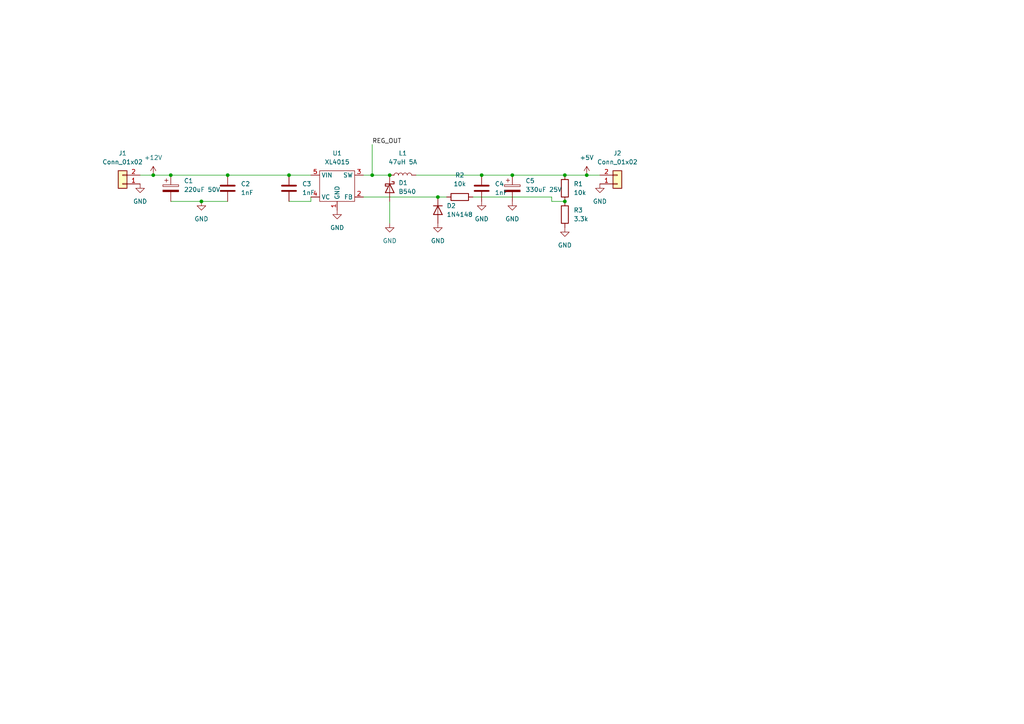
<source format=kicad_sch>
(kicad_sch (version 20211123) (generator eeschema)
  (paper "A4")
  (lib_symbols
    (symbol "01-rickbassham:XL4015"
      (property "Reference" "U" (at 0 0 0))
      (property "Value" "XL4015" (at 0 0 0))
      (symbol "XL4015_0_1"
        (rectangle (start 0 -3.81) (end 10.16 -12.7))
      )
      (symbol "XL4015_1_1"
        (pin input line (at 5.08 -15.24 90) (length 2.54) (name "GND") (number "1"))
        (pin input line (at 12.7 -11.43 180) (length 2.54) (name "FB") (number "2"))
        (pin input line (at 12.7 -5.08 180) (length 2.54) (name "SW") (number "3"))
        (pin input line (at -2.54 -11.43 0) (length 2.54) (name "VC") (number "4"))
        (pin input line (at -2.54 -5.08 0) (length 2.54) (name "VIN") (number "5"))
      )
    )
    (symbol "Connector_Generic:Conn_01x02" (pin_names (offset 1.016) hide)
      (property "Reference" "J" (at 0 2.54 0))
      (property "Value" "Conn_01x02" (at 0 -5.08 0))
      (symbol "Conn_01x02_1_1"
        (rectangle (start -1.27 -2.413) (end 0 -2.667) (stroke (width 0.1524)))
        (rectangle (start -1.27 0.127) (end 0 -0.127) (stroke (width 0.1524)))
        (rectangle (start -1.27 1.27) (end 1.27 -3.81) (stroke (width 0.254)) (fill (type background)))
        (pin passive line (at -5.08 0 0) (length 3.81) (name "Pin_1") (number "1"))
        (pin passive line (at -5.08 -2.54 0) (length 3.81) (name "Pin_2") (number "2"))
      )
    )
    (symbol "Device:C" (pin_numbers hide) (pin_names (offset 0.254))
      (property "Reference" "C" (at 0.635 2.54 0))
      (property "Value" "C" (at 0.635 -2.54 0))
      (symbol "C_0_1"
        (polyline (pts (xy -2.032 -0.762) (xy 2.032 -0.762)) (stroke (width 0.508)))
        (polyline (pts (xy -2.032 0.762) (xy 2.032 0.762)) (stroke (width 0.508)))
      )
      (symbol "C_1_1"
        (pin passive line (at 0 3.81 270) (length 2.794) (name "~") (number "1"))
        (pin passive line (at 0 -3.81 90) (length 2.794) (name "~") (number "2"))
      )
    )
    (symbol "Device:C_Polarized" (pin_numbers hide) (pin_names (offset 0.254))
      (property "Reference" "C" (at 0.635 2.54 0))
      (property "Value" "C_Polarized" (at 0.635 -2.54 0))
      (symbol "C_Polarized_0_1"
        (rectangle (start -2.286 0.508) (end 2.286 1.016))
        (polyline (pts (xy -1.778 2.286) (xy -0.762 2.286)))
        (polyline (pts (xy -1.27 2.794) (xy -1.27 1.778)))
        (rectangle (start 2.286 -0.508) (end -2.286 -1.016) (fill (type outline)))
      )
      (symbol "C_Polarized_1_1"
        (pin passive line (at 0 3.81 270) (length 2.794) (name "~") (number "1"))
        (pin passive line (at 0 -3.81 90) (length 2.794) (name "~") (number "2"))
      )
    )
    (symbol "Device:D" (pin_numbers hide) (pin_names (offset 1.016) hide)
      (property "Reference" "D" (at 0 2.54 0))
      (property "Value" "D" (at 0 -2.54 0))
      (symbol "D_0_1"
        (polyline (pts (xy -1.27 1.27) (xy -1.27 -1.27)) (stroke (width 0.254)))
        (polyline (pts (xy 1.27 0) (xy -1.27 0)))
        (polyline (pts (xy 1.27 1.27) (xy 1.27 -1.27) (xy -1.27 0) (xy 1.27 1.27)) (stroke (width 0.254)))
      )
      (symbol "D_1_1"
        (pin passive line (at -3.81 0 0) (length 2.54) (name "K") (number "1"))
        (pin passive line (at 3.81 0 180) (length 2.54) (name "A") (number "2"))
      )
    )
    (symbol "Device:D_Schottky" (pin_numbers hide) (pin_names (offset 1.016) hide)
      (property "Reference" "D" (at 0 2.54 0))
      (property "Value" "D_Schottky" (at 0 -2.54 0))
      (symbol "D_Schottky_0_1"
        (polyline (pts (xy 1.27 0) (xy -1.27 0)))
        (polyline (pts (xy 1.27 1.27) (xy 1.27 -1.27) (xy -1.27 0) (xy 1.27 1.27)) (stroke (width 0.254)))
        (polyline (pts (xy -1.905 0.635) (xy -1.905 1.27) (xy -1.27 1.27) (xy -1.27 -1.27) (xy -0.635 -1.27) (xy -0.635 -0.635)) (stroke (width 0.254)))
      )
      (symbol "D_Schottky_1_1"
        (pin passive line (at -3.81 0 0) (length 2.54) (name "K") (number "1"))
        (pin passive line (at 3.81 0 180) (length 2.54) (name "A") (number "2"))
      )
    )
    (symbol "Device:L" (pin_numbers hide) (pin_names (offset 1.016) hide)
      (property "Reference" "L" (at -1.27 0 90))
      (property "Value" "L" (at 1.905 0 90))
      (symbol "L_0_1"
        (arc (start 0 -2.54) (mid 0.635 -1.905) (end 0 -1.27))
        (arc (start 0 -1.27) (mid 0.635 -0.635) (end 0 0))
        (arc (start 0 0) (mid 0.635 0.635) (end 0 1.27))
        (arc (start 0 1.27) (mid 0.635 1.905) (end 0 2.54))
      )
      (symbol "L_1_1"
        (pin passive line (at 0 3.81 270) (length 1.27) (name "1") (number "1"))
        (pin passive line (at 0 -3.81 90) (length 1.27) (name "2") (number "2"))
      )
    )
    (symbol "Device:R" (pin_numbers hide) (pin_names (offset 0))
      (property "Reference" "R" (at 2.032 0 90))
      (property "Value" "R" (at 0 0 90))
      (symbol "R_0_1"
        (rectangle (start -1.016 -2.54) (end 1.016 2.54) (stroke (width 0.254)))
      )
      (symbol "R_1_1"
        (pin passive line (at 0 3.81 270) (length 1.27) (name "~") (number "1"))
        (pin passive line (at 0 -3.81 90) (length 1.27) (name "~") (number "2"))
      )
    )
    (symbol "power:+12V" (power) (pin_names (offset 0))
      (property "Value" "+12V" (at 0 3.556 0))
      (symbol "+12V_0_1"
        (polyline (pts (xy -0.762 1.27) (xy 0 2.54)))
        (polyline (pts (xy 0 0) (xy 0 2.54)))
        (polyline (pts (xy 0 2.54) (xy 0.762 1.27)))
      )
      (symbol "+12V_1_1"
        (pin power_in line (at 0 0 90) (length 0) hide (name "+12V") (number "1"))
      )
    )
    (symbol "power:+5V" (power) (pin_names (offset 0))
      (property "Value" "+5V" (at 0 3.556 0))
      (symbol "+5V_0_1"
        (polyline (pts (xy -0.762 1.27) (xy 0 2.54)))
        (polyline (pts (xy 0 0) (xy 0 2.54)))
        (polyline (pts (xy 0 2.54) (xy 0.762 1.27)))
      )
      (symbol "+5V_1_1"
        (pin power_in line (at 0 0 90) (length 0) hide (name "+5V") (number "1"))
      )
    )
    (symbol "power:GND" (power) (pin_names (offset 0))
      (property "Value" "GND" (at 0 -3.81 0))
      (symbol "GND_0_1"
        (polyline (pts (xy 0 0) (xy 0 -1.27) (xy 1.27 -1.27) (xy 0 -2.54) (xy -1.27 -1.27) (xy 0 -1.27)))
      )
      (symbol "GND_1_1"
        (pin power_in line (at 0 0 270) (length 0) hide (name "GND") (number "1"))
      )
    )
  )
  (junction (at 66.04 50.8))
  (junction (at 148.59 50.8))
  (junction (at 58.42 58.42))
  (junction (at 127 57.15))
  (junction (at 163.83 50.8))
  (junction (at 163.83 58.42))
  (junction (at 83.82 50.8))
  (junction (at 170.18 50.8))
  (junction (at 44.45 50.8))
  (junction (at 139.7 50.8))
  (junction (at 49.53 50.8))
  (junction (at 107.95 50.8))
  (junction (at 113.03 50.8))
  (wire (pts (xy 49.53 58.42) (xy 58.42 58.42)))
  (wire (pts (xy 113.03 50.8) (xy 107.95 50.8)))
  (wire (pts (xy 58.42 58.42) (xy 66.04 58.42)))
  (wire (pts (xy 105.41 57.15) (xy 127 57.15)))
  (wire (pts (xy 160.02 58.42) (xy 160.02 57.15)))
  (wire (pts (xy 137.16 57.15) (xy 160.02 57.15)))
  (wire (pts (xy 139.7 50.8) (xy 148.59 50.8)))
  (wire (pts (xy 66.04 50.8) (xy 83.82 50.8)))
  (wire (pts (xy 83.82 58.42) (xy 90.17 58.42)))
  (wire (pts (xy 107.95 41.91) (xy 107.95 50.8)))
  (wire (pts (xy 170.18 50.8) (xy 173.99 50.8)))
  (wire (pts (xy 120.65 50.8) (xy 139.7 50.8)))
  (wire (pts (xy 83.82 50.8) (xy 90.17 50.8)))
  (wire (pts (xy 107.95 50.8) (xy 105.41 50.8)))
  (wire (pts (xy 148.59 50.8) (xy 163.83 50.8)))
  (wire (pts (xy 163.83 50.8) (xy 170.18 50.8)))
  (wire (pts (xy 160.02 58.42) (xy 163.83 58.42)))
  (wire (pts (xy 127 57.15) (xy 129.54 57.15)))
  (wire (pts (xy 113.03 64.77) (xy 113.03 58.42)))
  (wire (pts (xy 49.53 50.8) (xy 66.04 50.8)))
  (wire (pts (xy 90.17 58.42) (xy 90.17 57.15)))
  (wire (pts (xy 44.45 50.8) (xy 49.53 50.8)))
  (wire (pts (xy 40.64 50.8) (xy 44.45 50.8)))
  (label "REG_OUT" (at 107.95 41.91 0))
  (symbol (lib_id "Device:R") (at 133.35 57.15 90) (unit 1)
    (property "Reference" "R2" (at 133.35 50.8 90))
    (property "Value" "10k" (at 133.35 53.34 90))
    (property "Footprint" "Resistor_SMD:R_0402_1005Metric" (effects hide))
  )
  (symbol (lib_id "Device:C") (at 139.7 54.61 0) (unit 1)
    (property "Reference" "C4" (at 143.51 53.3399 0) (effects (justify left)))
    (property "Value" "1nF" (at 143.51 55.8799 0) (effects (justify left)))
    (property "Footprint" "Capacitor_SMD:C_0402_1005Metric" (effects hide))
  )
  (symbol (lib_id "power:GND") (at 173.99 53.34 0) (unit 1)
    (property "Reference" "#PWR0105" (effects hide))
    (property "Value" "GND" (at 173.99 58.42 0))
  )
  (symbol (lib_id "power:GND") (at 40.64 53.34 0) (unit 1)
    (property "Reference" "#PWR0108" (effects hide))
    (property "Value" "GND" (at 40.64 58.42 0))
  )
  (symbol (lib_id "01-rickbassham:XL4015") (at 92.71 45.72 0) (unit 1)
    (property "Reference" "U1" (at 97.79 44.45 0))
    (property "Value" "XL4015" (at 97.79 46.99 0))
    (property "Footprint" "Package_TO_SOT_SMD:TO-263-5_TabPin3" (effects hide))
    (property "LCSC" "C51661" (effects hide))
  )
  (symbol (lib_id "Device:D") (at 127 60.96 270) (unit 1)
    (property "Reference" "D2" (at 129.54 59.6899 90) (effects (justify left)))
    (property "Value" "1N4148" (at 129.54 62.2299 90) (effects (justify left)))
    (property "Footprint" "Diode_SMD:D_SOD-523" (effects hide))
    (property "LCSC" "C232841" (effects hide))
  )
  (symbol (lib_id "Device:C") (at 66.04 54.61 0) (unit 1)
    (property "Reference" "C2" (at 69.85 53.3399 0) (effects (justify left)))
    (property "Value" "1nF" (at 69.85 55.8799 0) (effects (justify left)))
    (property "Footprint" "Capacitor_SMD:C_0402_1005Metric" (effects hide))
  )
  (symbol (lib_id "power:GND") (at 139.7 58.42 0) (unit 1)
    (property "Reference" "#PWR0101" (effects hide))
    (property "Value" "GND" (at 139.7 63.5 0))
  )
  (symbol (lib_id "power:+5V") (at 170.18 50.8 0) (unit 1)
    (property "Reference" "#PWR0106" (effects hide))
    (property "Value" "+5V" (at 170.18 45.72 0))
  )
  (symbol (lib_id "power:GND") (at 97.79 60.96 0) (unit 1)
    (property "Reference" "#PWR0110" (effects hide))
    (property "Value" "GND" (at 97.79 66.04 0))
  )
  (symbol (lib_id "Device:C") (at 83.82 54.61 0) (unit 1)
    (property "Reference" "C3" (at 87.63 53.3399 0) (effects (justify left)))
    (property "Value" "1nF" (at 87.63 55.8799 0) (effects (justify left)))
    (property "Footprint" "Capacitor_SMD:C_0402_1005Metric" (effects hide))
  )
  (symbol (lib_id "Device:C_Polarized") (at 49.53 54.61 0) (unit 1)
    (property "Reference" "C1" (at 53.34 52.4509 0) (effects (justify left)))
    (property "Value" "220uF 50V" (at 53.34 54.9909 0) (effects (justify left)))
    (property "Footprint" "Capacitor_SMD:CP_Elec_10x10.5" (effects hide))
  )
  (symbol (lib_id "power:GND") (at 127 64.77 0) (unit 1)
    (property "Reference" "#PWR0104" (effects hide))
    (property "Value" "GND" (at 127 69.85 0))
  )
  (symbol (lib_id "Device:R") (at 163.83 54.61 180) (unit 1)
    (property "Reference" "R1" (at 166.37 53.3399 0) (effects (justify right)))
    (property "Value" "10k" (at 166.37 55.8799 0) (effects (justify right)))
    (property "Footprint" "Resistor_SMD:R_0402_1005Metric" (effects hide))
  )
  (symbol (lib_id "Device:D_Schottky") (at 113.03 54.61 270) (unit 1)
    (property "Reference" "D1" (at 115.57 53.0224 90) (effects (justify left)))
    (property "Value" "B540" (at 115.57 55.5624 90) (effects (justify left)))
    (property "Footprint" "Diode_SMD:D_SMC" (effects hide))
    (property "LCSC" "C72264" (effects hide))
  )
  (symbol (lib_id "power:+12V") (at 44.45 50.8 0) (unit 1)
    (property "Reference" "#PWR0107" (effects hide))
    (property "Value" "+12V" (at 44.45 45.72 0))
  )
  (symbol (lib_id "Device:C_Polarized") (at 148.59 54.61 0) (unit 1)
    (property "Reference" "C5" (at 152.4 52.4509 0) (effects (justify left)))
    (property "Value" "330uF 25V" (at 152.4 54.9909 0) (effects (justify left)))
    (property "Footprint" "Capacitor_SMD:CP_Elec_10x10.5" (effects hide))
  )
  (symbol (lib_id "power:GND") (at 58.42 58.42 0) (unit 1)
    (property "Reference" "#PWR0109" (effects hide))
    (property "Value" "GND" (at 58.42 63.5 0))
  )
  (symbol (lib_id "Connector_Generic:Conn_01x02") (at 179.07 53.34 0) (mirror x) (unit 1)
    (property "Reference" "J2" (at 179.07 44.45 0))
    (property "Value" "Conn_01x02" (at 179.07 46.99 0))
    (property "Footprint" "Connector_PinHeader_2.54mm:PinHeader_1x02_P2.54mm_Vertical" (effects hide))
  )
  (symbol (lib_id "Device:R") (at 163.83 62.23 180) (unit 1)
    (property "Reference" "R3" (at 166.37 60.9599 0) (effects (justify right)))
    (property "Value" "3.3k" (at 166.37 63.4999 0) (effects (justify right)))
    (property "Footprint" "Resistor_SMD:R_0402_1005Metric" (effects hide))
  )
  (symbol (lib_id "power:GND") (at 113.03 64.77 0) (unit 1)
    (property "Reference" "#PWR0111" (effects hide))
    (property "Value" "GND" (at 113.03 69.85 0))
  )
  (symbol (lib_id "Device:L") (at 116.84 50.8 90) (unit 1)
    (property "Reference" "L1" (at 116.84 44.45 90))
    (property "Value" "47uH 5A" (at 116.84 46.99 90))
    (property "Footprint" "Inductor_SMD:L_12x12mm_H6mm" (effects hide))
  )
  (symbol (lib_id "power:GND") (at 163.83 66.04 0) (unit 1)
    (property "Reference" "#PWR0102" (effects hide))
    (property "Value" "GND" (at 163.83 71.12 0))
  )
  (symbol (lib_id "Connector_Generic:Conn_01x02") (at 35.56 53.34 180) (unit 1)
    (property "Reference" "J1" (at 35.56 44.45 0))
    (property "Value" "Conn_01x02" (at 35.56 46.99 0))
    (property "Footprint" "Connector_PinHeader_2.54mm:PinHeader_1x02_P2.54mm_Vertical" (effects hide))
  )
  (symbol (lib_id "power:GND") (at 148.59 58.42 0) (unit 1)
    (property "Reference" "#PWR0103" (effects hide))
    (property "Value" "GND" (at 148.59 63.5 0))
  )
)
</source>
